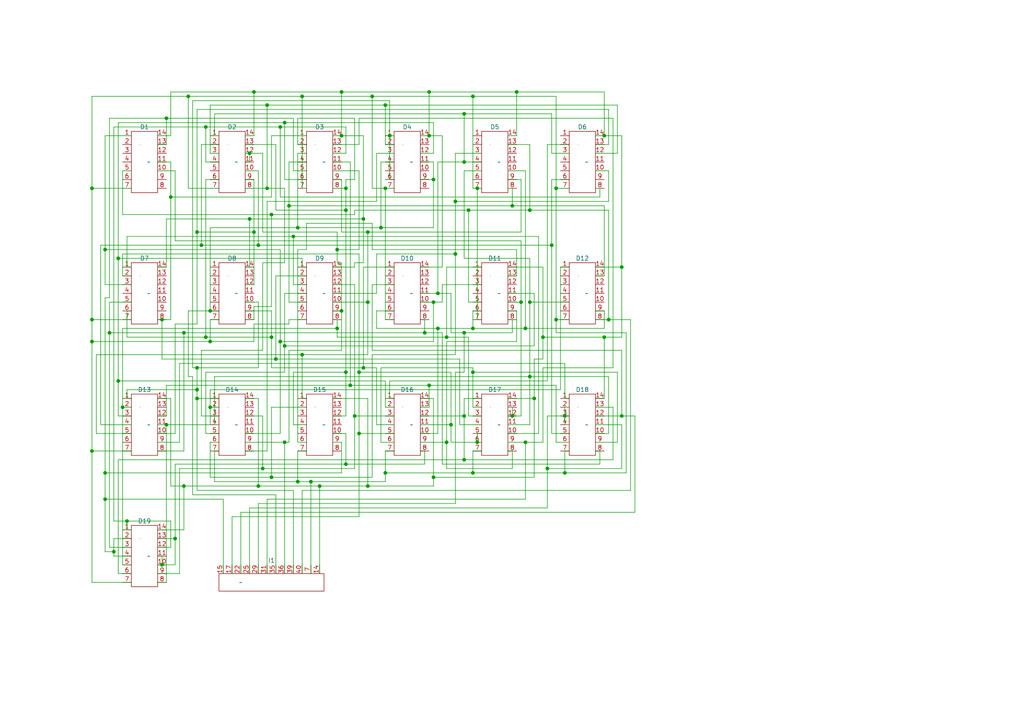
<source format=kicad_sch>
(kicad_sch (version 20230121) (generator eeschema)
  (paper "A4")
  (lib_symbols
    (symbol "New_Library:Inp"
      (property "Reference" "I" (at 0 0 0))
      (symbol "Inp_0_1"
        (rectangle (start -6.35 2.54) (end 24.13 -2.54))
      )
      (symbol "Inp_1_1"
        (pin bidirectional line (at 22.86 2.54 90) (length 2.54) (name "") (number "14"))
        (pin bidirectional line (at -5.08 2.54 90) (length 2.54) (name "") (number "15"))
        (pin bidirectional line (at -2.54 2.54 90) (length 2.54) (name "") (number "17"))
        (pin bidirectional line (at 0 2.54 90) (length 2.54) (name "") (number "22"))
        (pin bidirectional line (at 2.54 2.54 90) (length 2.54) (name "") (number "25"))
        (pin bidirectional line (at 5.08 2.54 90) (length 2.54) (name "") (number "29"))
        (pin bidirectional line (at 7.62 2.54 90) (length 2.54) (name "") (number "31"))
        (pin bidirectional line (at 10.16 2.54 90) (length 2.54) (name "") (number "35"))
        (pin bidirectional line (at 12.7 2.54 90) (length 2.54) (name "") (number "36"))
        (pin bidirectional line (at 15.24 2.54 90) (length 2.54) (name "") (number "39"))
        (pin bidirectional line (at 17.78 2.54 90) (length 2.54) (name "") (number "40"))
        (pin bidirectional line (at 20.32 2.54 90) (length 2.54) (name "") (number "7"))
      )
    )
    (symbol "New_Library:MyMod"
      (property "Reference" "D" (at 0 0 0))
      (symbol "MyMod_0_1"
        (rectangle (start -3.81 5.08) (end -3.81 5.08))
        (rectangle (start -3.81 8.89) (end 3.81 -8.89))
        (rectangle (start -1.27 5.08) (end -1.27 5.08))
      )
      (symbol "MyMod_1_1"
        (pin bidirectional line (at -3.81 7.62 180) (length 2.54) (name "") (number "1"))
        (pin bidirectional line (at 3.81 -2.54 0) (length 2.54) (name "") (number "10"))
        (pin bidirectional line (at 3.81 0 0) (length 2.54) (name "") (number "11"))
        (pin bidirectional line (at 3.81 2.54 0) (length 2.54) (name "") (number "12"))
        (pin bidirectional line (at 3.81 5.08 0) (length 2.54) (name "") (number "13"))
        (pin bidirectional line (at 3.81 7.62 0) (length 2.54) (name "") (number "14"))
        (pin bidirectional line (at -3.81 5.08 180) (length 2.54) (name "") (number "2"))
        (pin bidirectional line (at -3.81 2.54 180) (length 2.54) (name "") (number "3"))
        (pin bidirectional line (at -3.81 0 180) (length 2.54) (name "") (number "4"))
        (pin bidirectional line (at -3.81 -2.54 180) (length 2.54) (name "") (number "5"))
        (pin bidirectional line (at -3.81 -5.08 180) (length 2.54) (name "") (number "6"))
        (pin bidirectional line (at -3.81 -7.62 180) (length 2.54) (name "") (number "7"))
        (pin bidirectional line (at 3.81 -7.62 0) (length 2.54) (name "") (number "8"))
        (pin bidirectional line (at 3.81 -5.08 0) (length 2.54) (name "") (number "9"))
      )
    )
  )
  (junction (at 105.41 106.68))
  (junction (at 104.14 125.73))
  (junction (at 148.59 120.65))
  (junction (at 78.74 138.43))
  (junction (at 127 95.25))
  (junction (at 129.54 128.27))
  (junction (at 137.16 107.95))
  (junction (at 97.79 72.39))
  (junction (at 134.62 120.65))
  (junction (at 82.55 128.27))
  (junction (at 111.76 54.61))
  (junction (at 137.16 27.94))
  (junction (at 57.15 67.31))
  (junction (at 138.43 54.61))
  (junction (at 53.34 96.52))
  (junction (at 124.46 26.67))
  (junction (at 125.73 52.07))
  (junction (at 81.28 99.06))
  (junction (at 132.08 73.66))
  (junction (at 83.82 59.69))
  (junction (at 33.02 160.02))
  (junction (at 34.29 74.93))
  (junction (at 111.76 30.48))
  (junction (at 154.94 115.57))
  (junction (at 86.36 66.04))
  (junction (at 50.8 156.21))
  (junction (at 26.67 54.61))
  (junction (at 110.49 66.04))
  (junction (at 100.33 107.95))
  (junction (at 85.09 68.58))
  (junction (at 87.63 102.87))
  (junction (at 73.66 67.31))
  (junction (at 132.08 58.42))
  (junction (at 163.83 120.65))
  (junction (at 134.62 96.52))
  (junction (at 125.73 138.43))
  (junction (at 86.36 139.7))
  (junction (at 161.29 92.71))
  (junction (at 82.55 35.56))
  (junction (at 135.89 60.96))
  (junction (at 82.55 100.33))
  (junction (at 74.93 71.12))
  (junction (at 59.69 97.79))
  (junction (at 31.75 96.52))
  (junction (at 97.79 95.25))
  (junction (at 76.2 135.89))
  (junction (at 34.29 110.49))
  (junction (at 100.33 54.61))
  (junction (at 48.26 123.19))
  (junction (at 106.68 87.63))
  (junction (at 60.96 99.06))
  (junction (at 100.33 134.62))
  (junction (at 160.02 71.12))
  (junction (at 152.4 128.27))
  (junction (at 58.42 71.12))
  (junction (at 111.76 137.16))
  (junction (at 60.96 90.17))
  (junction (at 106.68 67.31))
  (junction (at 153.67 87.63))
  (junction (at 152.4 95.25))
  (junction (at 46.99 163.83))
  (junction (at 134.62 133.35))
  (junction (at 74.93 140.97))
  (junction (at 60.96 118.11))
  (junction (at 90.17 139.7))
  (junction (at 180.34 120.65))
  (junction (at 175.26 39.37))
  (junction (at 106.68 140.97))
  (junction (at 36.83 151.13))
  (junction (at 87.63 27.94))
  (junction (at 30.48 72.39))
  (junction (at 72.39 44.45))
  (junction (at 72.39 63.5))
  (junction (at 137.16 95.25))
  (junction (at 57.15 106.68))
  (junction (at 92.71 140.97))
  (junction (at 26.67 99.06))
  (junction (at 113.03 39.37))
  (junction (at 48.26 34.29))
  (junction (at 124.46 39.37))
  (junction (at 46.99 92.71))
  (junction (at 80.01 104.14))
  (junction (at 57.15 113.03))
  (junction (at 30.48 144.78))
  (junction (at 137.16 137.16))
  (junction (at 123.19 96.52))
  (junction (at 105.41 63.5))
  (junction (at 158.75 135.89))
  (junction (at 26.67 130.81))
  (junction (at 157.48 97.79))
  (junction (at 99.06 90.17))
  (junction (at 30.48 137.16))
  (junction (at 78.74 97.79))
  (junction (at 102.87 120.65))
  (junction (at 130.81 123.19))
  (junction (at 138.43 128.27))
  (junction (at 78.74 62.23))
  (junction (at 99.06 26.67))
  (junction (at 163.83 137.16))
  (junction (at 175.26 97.79))
  (junction (at 26.67 92.71))
  (junction (at 129.54 97.79))
  (junction (at 134.62 46.99))
  (junction (at 161.29 54.61))
  (junction (at 107.95 27.94))
  (junction (at 124.46 111.76))
  (junction (at 176.53 92.71))
  (junction (at 180.34 77.47))
  (junction (at 153.67 60.96))
  (junction (at 101.6 111.76))
  (junction (at 81.28 36.83))
  (junction (at 153.67 109.22))
  (junction (at 148.59 59.69))
  (junction (at 100.33 60.96))
  (junction (at 54.61 27.94))
  (junction (at 99.06 39.37))
  (junction (at 59.69 36.83))
  (junction (at 57.15 115.57))
  (junction (at 77.47 30.48))
  (junction (at 125.73 87.63))
  (junction (at 49.53 57.15))
  (junction (at 35.56 118.11))
  (junction (at 53.34 140.97))
  (junction (at 104.14 107.95))
  (junction (at 73.66 26.67))
  (junction (at 127 85.09))
  (junction (at 151.13 87.63))
  (junction (at 77.47 54.61))
  (junction (at 134.62 33.02))
  (junction (at 149.86 26.67))
  (wire (pts (xy 172.72 44.45) (xy 179.07 44.45)))
  (wire (pts (xy 88.9 72.39) (xy 86.36 72.39)))
  (wire (pts (xy 162.56 113.03) (xy 60.96 113.03)))
  (wire (pts (xy 31.75 96.52) (xy 31.75 87.63)))
  (wire (pts (xy 161.29 111.76) (xy 161.29 128.27)))
  (wire (pts (xy 106.68 140.97) (xy 125.73 140.97)))
  (wire (pts (xy 130.81 123.19) (xy 130.81 107.95)))
  (wire (pts (xy 82.55 85.09) (xy 82.55 100.33)))
  (wire (pts (xy 50.8 49.53) (xy 50.8 69.85)))
  (wire (pts (xy 38.1 153.67) (xy 36.83 153.67)))
  (wire (pts (xy 165.1 123.19) (xy 163.83 123.19)))
  (wire (pts (xy 36.83 97.79) (xy 59.69 97.79)))
  (wire (pts (xy 175.26 115.57) (xy 175.26 97.79)))
  (wire (pts (xy 147.32 90.17) (xy 149.86 90.17)))
  (wire (pts (xy 109.22 90.17) (xy 114.3 90.17)))
  (wire (pts (xy 76.2 44.45) (xy 76.2 67.31)))
  (wire (pts (xy 99.06 128.27) (xy 99.06 137.16)))
  (wire (pts (xy 100.33 52.07) (xy 100.33 54.61)))
  (wire (pts (xy 29.21 123.19) (xy 29.21 71.12)))
  (wire (pts (xy 121.92 77.47) (xy 128.27 77.47)))
  (wire (pts (xy 113.03 39.37) (xy 113.03 52.07)))
  (wire (pts (xy 38.1 123.19) (xy 29.21 123.19)))
  (wire (pts (xy 58.42 71.12) (xy 74.93 71.12)))
  (wire (pts (xy 63.5 52.07) (xy 59.69 52.07)))
  (wire (pts (xy 124.46 39.37) (xy 124.46 26.67)))
  (wire (pts (xy 31.75 34.29) (xy 31.75 86.36)))
  (wire (pts (xy 107.95 54.61) (xy 107.95 27.94)))
  (wire (pts (xy 58.42 101.6) (xy 76.2 101.6)))
  (wire (pts (xy 45.72 46.99) (xy 49.53 46.99)))
  (wire (pts (xy 45.72 168.91) (xy 48.26 168.91)))
  (wire (pts (xy 109.22 58.42) (xy 109.22 44.45)))
  (wire (pts (xy 78.74 118.11) (xy 78.74 138.43)))
  (wire (pts (xy 111.76 137.16) (xy 137.16 137.16)))
  (wire (pts (xy 147.32 115.57) (xy 154.94 115.57)))
  (wire (pts (xy 38.1 158.75) (xy 31.75 158.75)))
  (wire (pts (xy 30.48 137.16) (xy 99.06 137.16)))
  (wire (pts (xy 50.8 163.83) (xy 50.8 156.21)))
  (wire (pts (xy 33.02 161.29) (xy 33.02 160.02)))
  (wire (pts (xy 132.08 58.42) (xy 176.53 58.42)))
  (wire (pts (xy 101.6 46.99) (xy 101.6 111.76)))
  (wire (pts (xy 38.1 90.17) (xy 36.83 90.17)))
  (wire (pts (xy 71.12 125.73) (xy 81.28 125.73)))
  (wire (pts (xy 127 85.09) (xy 127 46.99)))
  (wire (pts (xy 127 46.99) (xy 134.62 46.99)))
  (wire (pts (xy 85.09 68.58) (xy 85.09 82.55)))
  (wire (pts (xy 148.59 59.69) (xy 175.26 59.69)))
  (wire (pts (xy 88.9 115.57) (xy 87.63 115.57)))
  (wire (pts (xy 165.1 125.73) (xy 160.02 125.73)))
  (wire (pts (xy 45.72 156.21) (xy 50.8 156.21)))
  (wire (pts (xy 139.7 87.63) (xy 135.89 87.63)))
  (wire (pts (xy 107.95 82.55) (xy 107.95 101.6)))
  (wire (pts (xy 177.8 34.29) (xy 177.8 106.68)))
  (wire (pts (xy 137.16 54.61) (xy 137.16 27.94)))
  (wire (pts (xy 58.42 120.65) (xy 58.42 101.6)))
  (wire (pts (xy 172.72 92.71) (xy 176.53 92.71)))
  (wire (pts (xy 149.86 26.67) (xy 175.26 26.67)))
  (wire (pts (xy 77.47 144.78) (xy 152.4 144.78)))
  (wire (pts (xy 134.62 33.02) (xy 134.62 46.99)))
  (wire (pts (xy 64.77 166.37) (xy 64.77 144.78)))
  (wire (pts (xy 36.83 113.03) (xy 57.15 113.03)))
  (wire (pts (xy 88.9 92.71) (xy 83.82 92.71)))
  (wire (pts (xy 72.39 147.32) (xy 158.75 147.32)))
  (wire (pts (xy 158.75 135.89) (xy 158.75 147.32)))
  (wire (pts (xy 88.9 123.19) (xy 85.09 123.19)))
  (wire (pts (xy 111.76 54.61) (xy 107.95 54.61)))
  (wire (pts (xy 123.19 130.81) (xy 123.19 134.62)))
  (wire (pts (xy 34.29 133.35) (xy 34.29 166.37)))
  (wire (pts (xy 121.92 120.65) (xy 134.62 120.65)))
  (wire (pts (xy 52.07 105.41) (xy 52.07 128.27)))
  (wire (pts (xy 78.74 138.43) (xy 107.95 138.43)))
  (wire (pts (xy 114.3 39.37) (xy 113.03 39.37)))
  (wire (pts (xy 134.62 49.53) (xy 134.62 74.93)))
  (wire (pts (xy 67.31 149.86) (xy 104.14 149.86)))
  (wire (pts (xy 173.99 57.15) (xy 81.28 57.15)))
  (wire (pts (xy 81.28 125.73) (xy 81.28 99.06)))
  (wire (pts (xy 96.52 52.07) (xy 99.06 52.07)))
  (wire (pts (xy 73.66 88.9) (xy 73.66 92.71)))
  (wire (pts (xy 77.47 54.61) (xy 77.47 30.48)))
  (wire (pts (xy 99.06 67.31) (xy 106.68 67.31)))
  (wire (pts (xy 96.52 41.91) (xy 104.14 41.91)))
  (wire (pts (xy 139.7 123.19) (xy 133.35 123.19)))
  (wire (pts (xy 109.22 44.45) (xy 114.3 44.45)))
  (wire (pts (xy 78.74 106.68) (xy 105.41 106.68)))
  (wire (pts (xy 148.59 96.52) (xy 134.62 96.52)))
  (wire (pts (xy 148.59 59.69) (xy 148.59 54.61)))
  (wire (pts (xy 137.16 107.95) (xy 179.07 107.95)))
  (wire (pts (xy 127 95.25) (xy 109.22 95.25)))
  (wire (pts (xy 104.14 34.29) (xy 177.8 34.29)))
  (wire (pts (xy 86.36 34.29) (xy 102.87 34.29)))
  (wire (pts (xy 176.53 31.75) (xy 176.53 41.91)))
  (wire (pts (xy 158.75 120.65) (xy 158.75 135.89)))
  (wire (pts (xy 38.1 49.53) (xy 35.56 49.53)))
  (wire (pts (xy 135.89 120.65) (xy 135.89 97.79)))
  (wire (pts (xy 137.16 130.81) (xy 137.16 137.16)))
  (wire (pts (xy 107.95 72.39) (xy 149.86 72.39)))
  (wire (pts (xy 139.7 118.11) (xy 137.16 118.11)))
  (wire (pts (xy 182.88 142.24) (xy 182.88 92.71)))
  (wire (pts (xy 83.82 128.27) (xy 83.82 101.6)))
  (wire (pts (xy 53.34 140.97) (xy 53.34 153.67)))
  (wire (pts (xy 92.71 140.97) (xy 92.71 166.37)))
  (wire (pts (xy 153.67 60.96) (xy 176.53 60.96)))
  (wire (pts (xy 114.3 92.71) (xy 111.76 92.71)))
  (wire (pts (xy 31.75 86.36) (xy 30.48 86.36)))
  (wire (pts (xy 125.73 138.43) (xy 154.94 138.43)))
  (wire (pts (xy 85.09 49.53) (xy 85.09 34.29)))
  (wire (pts (xy 128.27 82.55) (xy 128.27 87.63)))
  (wire (pts (xy 121.92 118.11) (xy 124.46 118.11)))
  (wire (pts (xy 71.12 115.57) (xy 74.93 115.57)))
  (wire (pts (xy 38.1 80.01) (xy 35.56 80.01)))
  (wire (pts (xy 102.87 120.65) (xy 102.87 135.89)))
  (wire (pts (xy 63.5 118.11) (xy 60.96 118.11)))
  (wire (pts (xy 139.7 82.55) (xy 128.27 82.55)))
  (wire (pts (xy 172.72 39.37) (xy 175.26 39.37)))
  (wire (pts (xy 55.88 109.22) (xy 54.61 109.22)))
  (wire (pts (xy 134.62 33.02) (xy 160.02 33.02)))
  (wire (pts (xy 34.29 74.93) (xy 87.63 74.93)))
  (wire (pts (xy 55.88 29.21) (xy 55.88 106.68)))
  (wire (pts (xy 154.94 104.14) (xy 157.48 104.14)))
  (wire (pts (xy 152.4 128.27) (xy 152.4 144.78)))
  (wire (pts (xy 48.26 123.19) (xy 48.26 168.91)))
  (wire (pts (xy 110.49 106.68) (xy 137.16 106.68)))
  (wire (pts (xy 81.28 72.39) (xy 81.28 99.06)))
  (wire (pts (xy 154.94 115.57) (xy 154.94 104.14)))
  (wire (pts (xy 147.32 128.27) (xy 152.4 128.27)))
  (wire (pts (xy 123.19 96.52) (xy 128.27 96.52)))
  (wire (pts (xy 49.53 26.67) (xy 73.66 26.67)))
  (wire (pts (xy 34.29 110.49) (xy 34.29 74.93)))
  (wire (pts (xy 110.49 66.04) (xy 86.36 66.04)))
  (wire (pts (xy 86.36 72.39) (xy 86.36 128.27)))
  (wire (pts (xy 72.39 63.5) (xy 105.41 63.5)))
  (wire (pts (xy 147.32 130.81) (xy 148.59 130.81)))
  (wire (pts (xy 163.83 105.41) (xy 52.07 105.41)))
  (wire (pts (xy 134.62 74.93) (xy 153.67 74.93)))
  (wire (pts (xy 110.49 46.99) (xy 110.49 66.04)))
  (wire (pts (xy 33.02 36.83) (xy 59.69 36.83)))
  (wire (pts (xy 104.14 49.53) (xy 104.14 72.39)))
  (wire (pts (xy 35.56 62.23) (xy 78.74 62.23)))
  (wire (pts (xy 60.96 113.03) (xy 60.96 118.11)))
  (wire (pts (xy 100.33 60.96) (xy 100.33 107.95)))
  (wire (pts (xy 147.32 80.01) (xy 149.86 80.01)))
  (wire (pts (xy 88.9 52.07) (xy 82.55 52.07)))
  (wire (pts (xy 92.71 140.97) (xy 106.68 140.97)))
  (wire (pts (xy 137.16 95.25) (xy 127 95.25)))
  (wire (pts (xy 88.9 85.09) (xy 82.55 85.09)))
  (wire (pts (xy 138.43 125.73) (xy 138.43 128.27)))
  (wire (pts (xy 154.94 115.57) (xy 154.94 138.43)))
  (wire (pts (xy 132.08 146.05) (xy 132.08 107.95)))
  (wire (pts (xy 102.87 62.23) (xy 78.74 62.23)))
  (wire (pts (xy 88.9 82.55) (xy 85.09 82.55)))
  (wire (pts (xy 80.01 143.51) (xy 55.88 143.51)))
  (wire (pts (xy 109.22 95.25) (xy 109.22 90.17)))
  (wire (pts (xy 54.61 90.17) (xy 60.96 90.17)))
  (wire (pts (xy 99.06 90.17) (xy 99.06 101.6)))
  (wire (pts (xy 101.6 111.76) (xy 124.46 111.76)))
  (wire (pts (xy 106.68 115.57) (xy 106.68 140.97)))
  (wire (pts (xy 96.52 125.73) (xy 100.33 125.73)))
  (wire (pts (xy 99.06 39.37) (xy 99.06 26.67)))
  (wire (pts (xy 34.29 120.65) (xy 34.29 110.49)))
  (wire (pts (xy 87.63 115.57) (xy 87.63 102.87)))
  (wire (pts (xy 73.66 67.31) (xy 73.66 82.55)))
  (wire (pts (xy 74.93 71.12) (xy 160.02 71.12)))
  (wire (pts (xy 74.93 166.37) (xy 74.93 146.05)))
  (wire (pts (xy 105.41 76.2) (xy 105.41 63.5)))
  (wire (pts (xy 71.12 128.27) (xy 82.55 128.27)))
  (wire (pts (xy 78.74 138.43) (xy 60.96 138.43)))
  (wire (pts (xy 129.54 99.06) (xy 129.54 128.27)))
  (wire (pts (xy 38.1 115.57) (xy 36.83 115.57)))
  (wire (pts (xy 88.9 130.81) (xy 86.36 130.81)))
  (wire (pts (xy 77.47 58.42) (xy 109.22 58.42)))
  (wire (pts (xy 80.01 104.14) (xy 46.99 104.14)))
  (wire (pts (xy 50.8 134.62) (xy 50.8 156.21)))
  (wire (pts (xy 63.5 44.45) (xy 60.96 44.45)))
  (wire (pts (xy 137.16 90.17) (xy 137.16 95.25)))
  (wire (pts (xy 60.96 118.11) (xy 60.96 123.19)))
  (wire (pts (xy 35.56 95.25) (xy 97.79 95.25)))
  (wire (pts (xy 34.29 166.37) (xy 38.1 166.37)))
  (wire (pts (xy 111.76 130.81) (xy 111.76 137.16)))
  (wire (pts (xy 163.83 120.65) (xy 158.75 120.65)))
  (wire (pts (xy 82.55 107.95) (xy 59.69 107.95)))
  (wire (pts (xy 96.52 46.99) (xy 101.6 46.99)))
  (wire (pts (xy 149.86 80.01) (xy 149.86 72.39)))
  (wire (pts (xy 102.87 52.07) (xy 100.33 52.07)))
  (wire (pts (xy 62.23 123.19) (xy 62.23 109.22)))
  (wire (pts (xy 72.39 166.37) (xy 72.39 147.32)))
  (wire (pts (xy 125.73 52.07) (xy 125.73 66.04)))
  (wire (pts (xy 129.54 77.47) (xy 129.54 97.79)))
  (wire (pts (xy 63.5 41.91) (xy 58.42 41.91)))
  (wire (pts (xy 35.56 73.66) (xy 104.14 73.66)))
  (wire (pts (xy 38.1 39.37) (xy 30.48 39.37)))
  (wire (pts (xy 45.72 166.37) (xy 52.07 166.37)))
  (wire (pts (xy 45.72 49.53) (xy 50.8 49.53)))
  (wire (pts (xy 172.72 125.73) (xy 176.53 125.73)))
  (wire (pts (xy 87.63 27.94) (xy 107.95 27.94)))
  (wire (pts (xy 57.15 113.03) (xy 57.15 106.68)))
  (wire (pts (xy 60.96 99.06) (xy 73.66 99.06)))
  (wire (pts (xy 107.95 72.39) (xy 107.95 64.77)))
  (wire (pts (xy 135.89 97.79) (xy 129.54 97.79)))
  (wire (pts (xy 104.14 125.73) (xy 104.14 149.86)))
  (wire (pts (xy 85.09 166.37) (xy 85.09 142.24)))
  (wire (pts (xy 153.67 109.22) (xy 176.53 109.22)))
  (wire (pts (xy 76.2 76.2) (xy 82.55 76.2)))
  (wire (pts (xy 38.1 120.65) (xy 34.29 120.65)))
  (wire (pts (xy 175.26 90.17) (xy 175.26 95.25)))
  (wire (pts (xy 180.34 135.89) (xy 180.34 123.19)))
  (wire (pts (xy 97.79 72.39) (xy 104.14 72.39)))
  (wire (pts (xy 104.14 41.91) (xy 104.14 34.29)))
  (wire (pts (xy 180.34 77.47) (xy 180.34 97.79)))
  (wire (pts (xy 72.39 44.45) (xy 72.39 46.99)))
  (wire (pts (xy 180.34 77.47) (xy 180.34 39.37)))
  (wire (pts (xy 132.08 44.45) (xy 132.08 58.42)))
  (wire (pts (xy 107.95 64.77) (xy 88.9 64.77)))
  (wire (pts (xy 151.13 67.31) (xy 151.13 52.07)))
  (wire (pts (xy 165.1 118.11) (xy 163.83 118.11)))
  (wire (pts (xy 124.46 39.37) (xy 128.27 39.37)))
  (wire (pts (xy 60.96 90.17) (xy 63.5 90.17)))
  (wire (pts (xy 133.35 104.14) (xy 80.01 104.14)))
  (wire (pts (xy 73.66 93.98) (xy 73.66 99.06)))
  (wire (pts (xy 48.26 41.91) (xy 48.26 34.29)))
  (wire (pts (xy 165.1 92.71) (xy 161.29 92.71)))
  (wire (pts (xy 88.9 49.53) (xy 85.09 49.53)))
  (wire (pts (xy 86.36 128.27) (xy 88.9 128.27)))
  (wire (pts (xy 30.48 144.78) (xy 30.48 160.02)))
  (wire (pts (xy 161.29 128.27) (xy 165.1 128.27)))
  (wire (pts (xy 97.79 76.2) (xy 99.06 76.2)))
  (wire (pts (xy 139.7 44.45) (xy 132.08 44.45)))
  (wire (pts (xy 127 95.25) (xy 127 125.73)))
  (wire (pts (xy 60.96 30.48) (xy 77.47 30.48)))
  (wire (pts (xy 107.95 27.94) (xy 137.16 27.94)))
  (wire (pts (xy 128.27 77.47) (xy 128.27 39.37)))
  (wire (pts (xy 102.87 82.55) (xy 102.87 120.65)))
  (wire (pts (xy 81.28 36.83) (xy 100.33 36.83)))
  (wire (pts (xy 78.74 97.79) (xy 78.74 106.68)))
  (wire (pts (xy 30.48 86.36) (xy 30.48 137.16)))
  (wire (pts (xy 125.73 138.43) (xy 125.73 140.97)))
  (wire (pts (xy 72.39 44.45) (xy 76.2 44.45)))
  (wire (pts (xy 172.72 115.57) (xy 175.26 115.57)))
  (wire (pts (xy 163.83 130.81) (xy 163.83 137.16)))
  (wire (pts (xy 163.83 118.11) (xy 163.83 120.65)))
  (wire (pts (xy 88.9 39.37) (xy 78.74 39.37)))
  (wire (pts (xy 57.15 31.75) (xy 176.53 31.75)))
  (wire (pts (xy 76.2 101.6) (xy 76.2 76.2)))
  (wire (pts (xy 160.02 71.12) (xy 160.02 52.07)))
  (wire (pts (xy 96.52 85.09) (xy 109.22 85.09)))
  (wire (pts (xy 83.82 46.99) (xy 83.82 59.69)))
  (wire (pts (xy 114.3 52.07) (xy 113.03 52.07)))
  (wire (pts (xy 62.23 139.7) (xy 86.36 139.7)))
  (wire (pts (xy 26.67 130.81) (xy 26.67 168.91)))
  (wire (pts (xy 114.3 82.55) (xy 107.95 82.55)))
  (wire (pts (xy 114.3 130.81) (xy 111.76 130.81)))
  (wire (pts (xy 107.95 101.6) (xy 180.34 101.6)))
  (wire (pts (xy 34.29 74.93) (xy 34.29 35.56)))
  (wire (pts (xy 45.72 123.19) (xy 48.26 123.19)))
  (wire (pts (xy 139.7 130.81) (xy 137.16 130.81)))
  (wire (pts (xy 149.86 90.17) (xy 149.86 99.06)))
  (wire (pts (xy 34.29 35.56) (xy 82.55 35.56)))
  (wire (pts (xy 33.02 156.21) (xy 38.1 156.21)))
  (wire (pts (xy 85.09 142.24) (xy 57.15 142.24)))
  (wire (pts (xy 88.9 87.63) (xy 83.82 87.63)))
  (wire (pts (xy 96.52 49.53) (xy 104.14 49.53)))
  (wire (pts (xy 45.72 161.29) (xy 46.99 161.29)))
  (wire (pts (xy 172.72 54.61) (xy 173.99 54.61)))
  (wire (pts (xy 121.92 52.07) (xy 125.73 52.07)))
  (wire (pts (xy 125.73 87.63) (xy 121.92 87.63)))
  (wire (pts (xy 78.74 62.23) (xy 78.74 88.9)))
  (wire (pts (xy 85.09 107.95) (xy 100.33 107.95)))
  (wire (pts (xy 74.93 49.53) (xy 74.93 71.12)))
  (wire (pts (xy 129.54 128.27) (xy 121.92 128.27)))
  (wire (pts (xy 88.9 118.11) (xy 78.74 118.11)))
  (wire (pts (xy 83.82 101.6) (xy 99.06 101.6)))
  (wire (pts (xy 152.4 128.27) (xy 157.48 128.27)))
  (wire (pts (xy 175.26 97.79) (xy 180.34 97.79)))
  (wire (pts (xy 123.19 92.71) (xy 123.19 96.52)))
  (wire (pts (xy 36.83 77.47) (xy 36.83 68.58)))
  (wire (pts (xy 49.53 39.37) (xy 49.53 26.67)))
  (wire (pts (xy 83.82 59.69) (xy 148.59 59.69)))
  (wire (pts (xy 100.33 120.65) (xy 96.52 120.65)))
  (wire (pts (xy 88.9 44.45) (xy 86.36 44.45)))
  (wire (pts (xy 60.96 66.04) (xy 60.96 90.17)))
  (wire (pts (xy 76.2 135.89) (xy 52.07 135.89)))
  (wire (pts (xy 63.5 92.71) (xy 60.96 92.71)))
  (wire (pts (xy 96.52 39.37) (xy 99.06 39.37)))
  (wire (pts (xy 105.41 106.68) (xy 109.22 106.68)))
  (wire (pts (xy 129.54 97.79) (xy 97.79 97.79)))
  (wire (pts (xy 49.53 57.15) (xy 49.53 92.71)))
  (wire (pts (xy 139.7 92.71) (xy 138.43 92.71)))
  (wire (pts (xy 147.32 92.71) (xy 148.59 92.71)))
  (wire (pts (xy 100.33 107.95) (xy 100.33 120.65)))
  (wire (pts (xy 165.1 120.65) (xy 163.83 120.65)))
  (wire (pts (xy 96.52 77.47) (xy 102.87 77.47)))
  (wire (pts (xy 153.67 74.93) (xy 153.67 87.63)))
  (wire (pts (xy 49.53 140.97) (xy 53.34 140.97)))
  (wire (pts (xy 124.46 118.11) (xy 124.46 111.76)))
  (wire (pts (xy 173.99 54.61) (xy 173.99 57.15)))
  (wire (pts (xy 71.12 46.99) (xy 72.39 46.99)))
  (wire (pts (xy 38.1 168.91) (xy 26.67 168.91)))
  (wire (pts (xy 38.1 163.83) (xy 35.56 163.83)))
  (wire (pts (xy 180.34 123.19) (xy 172.72 123.19)))
  (wire (pts (xy 100.33 125.73) (xy 100.33 134.62)))
  (wire (pts (xy 63.5 54.61) (xy 54.61 54.61)))
  (wire (pts (xy 71.12 49.53) (xy 74.93 49.53)))
  (wire (pts (xy 57.15 67.31) (xy 73.66 67.31)))
  (wire (pts (xy 148.59 92.71) (xy 148.59 96.52)))
  (wire (pts (xy 165.1 130.81) (xy 163.83 130.81)))
  (wire (pts (xy 180.34 120.65) (xy 184.15 120.65)))
  (wire (pts (xy 54.61 27.94) (xy 87.63 27.94)))
  (wire (pts (xy 121.92 115.57) (xy 125.73 115.57)))
  (wire (pts (xy 90.17 139.7) (xy 90.17 166.37)))
  (wire (pts (xy 137.16 95.25) (xy 152.4 95.25)))
  (wire (pts (xy 175.26 39.37) (xy 175.26 26.67)))
  (wire (pts (xy 26.67 27.94) (xy 26.67 54.61)))
  (wire (pts (xy 67.31 166.37) (xy 67.31 149.86)))
  (wire (pts (xy 175.26 80.01) (xy 175.26 59.69)))
  (wire (pts (xy 46.99 104.14) (xy 46.99 92.71)))
  (wire (pts (xy 63.5 39.37) (xy 62.23 39.37)))
  (wire (pts (xy 53.34 96.52) (xy 31.75 96.52)))
  (wire (pts (xy 139.7 128.27) (xy 138.43 128.27)))
  (wire (pts (xy 172.72 90.17) (xy 175.26 90.17)))
  (wire (pts (xy 26.67 92.71) (xy 26.67 99.06)))
  (wire (pts (xy 26.67 99.06) (xy 60.96 99.06)))
  (wire (pts (xy 63.5 130.81) (xy 62.23 130.81)))
  (wire (pts (xy 80.01 60.96) (xy 100.33 60.96)))
  (wire (pts (xy 71.12 92.71) (xy 73.66 92.71)))
  (wire (pts (xy 76.2 67.31) (xy 97.79 67.31)))
  (wire (pts (xy 121.92 46.99) (xy 125.73 46.99)))
  (wire (pts (xy 62.23 39.37) (xy 62.23 33.02)))
  (wire (pts (xy 106.68 67.31) (xy 151.13 67.31)))
  (wire (pts (xy 128.27 87.63) (xy 125.73 87.63)))
  (wire (pts (xy 45.72 130.81) (xy 53.34 130.81)))
  (wire (pts (xy 153.67 60.96) (xy 135.89 60.96)))
  (wire (pts (xy 45.72 39.37) (xy 49.53 39.37)))
  (wire (pts (xy 133.35 123.19) (xy 133.35 104.14)))
  (wire (pts (xy 83.82 59.69) (xy 83.82 87.63)))
  (wire (pts (xy 139.7 125.73) (xy 138.43 125.73)))
  (wire (pts (xy 60.96 128.27) (xy 63.5 128.27)))
  (wire (pts (xy 134.62 133.35) (xy 177.8 133.35)))
  (wire (pts (xy 137.16 118.11) (xy 137.16 107.95)))
  (wire (pts (xy 78.74 39.37) (xy 78.74 57.15)))
  (wire (pts (xy 49.53 115.57) (xy 49.53 140.97)))
  (wire (pts (xy 181.61 137.16) (xy 181.61 96.52)))
  (wire (pts (xy 106.68 102.87) (xy 106.68 87.63)))
  (wire (pts (xy 59.69 36.83) (xy 81.28 36.83)))
  (wire (pts (xy 172.72 80.01) (xy 175.26 80.01)))
  (wire (pts (xy 160.02 71.12) (xy 160.02 125.73)))
  (wire (pts (xy 85.09 68.58) (xy 156.21 68.58)))
  (wire (pts (xy 114.3 77.47) (xy 105.41 77.47)))
  (wire (pts (xy 104.14 107.95) (xy 104.14 125.73)))
  (wire (pts (xy 30.48 82.55) (xy 30.48 72.39)))
  (wire (pts (xy 114.3 41.91) (xy 111.76 41.91)))
  (wire (pts (xy 114.3 46.99) (xy 110.49 46.99)))
  (wire (pts (xy 71.12 41.91) (xy 80.01 41.91)))
  (wire (pts (xy 111.76 41.91) (xy 111.76 30.48)))
  (wire (pts (xy 63.5 46.99) (xy 59.69 46.99)))
  (wire (pts (xy 102.87 60.96) (xy 102.87 62.23)))
  (wire (pts (xy 46.99 92.71) (xy 49.53 92.71)))
  (wire (pts (xy 88.9 54.61) (xy 87.63 54.61)))
  (wire (pts (xy 71.12 120.65) (xy 76.2 120.65)))
  (wire (pts (xy 134.62 49.53) (xy 139.7 49.53)))
  (wire (pts (xy 31.75 96.52) (xy 31.75 158.75)))
  (wire (pts (xy 96.52 44.45) (xy 100.33 44.45)))
  (wire (pts (xy 99.06 52.07) (xy 99.06 67.31)))
  (wire (pts (xy 165.1 77.47) (xy 162.56 77.47)))
  (wire (pts (xy 113.03 39.37) (xy 113.03 29.21)))
  (wire (pts (xy 71.12 44.45) (xy 72.39 44.45)))
  (wire (pts (xy 85.09 123.19) (xy 85.09 107.95)))
  (wire (pts (xy 82.55 35.56) (xy 125.73 35.56)))
  (wire (pts (xy 172.72 118.11) (xy 177.8 118.11)))
  (wire (pts (xy 63.5 123.19) (xy 62.23 123.19)))
  (wire (pts (xy 161.29 92.71) (xy 161.29 96.52)))
  (wire (pts (xy 102.87 120.65) (xy 114.3 120.65)))
  (wire (pts (xy 153.67 123.19) (xy 147.32 123.19)))
  (wire (pts (xy 176.53 125.73) (xy 176.53 109.22)))
  (wire (pts (xy 125.73 35.56) (xy 125.73 44.45)))
  (wire (pts (xy 57.15 115.57) (xy 57.15 113.03)))
  (wire (pts (xy 153.67 87.63) (xy 153.67 109.22)))
  (wire (pts (xy 147.32 39.37) (xy 149.86 39.37)))
  (wire (pts (xy 105.41 63.5) (xy 105.41 39.37)))
  (wire (pts (xy 114.3 54.61) (xy 111.76 54.61)))
  (wire (pts (xy 34.29 133.35) (xy 134.62 133.35)))
  (wire (pts (xy 86.36 41.91) (xy 86.36 34.29)))
  (wire (pts (xy 77.47 54.61) (xy 82.55 54.61)))
  (wire (pts (xy 57.15 67.31) (xy 57.15 31.75)))
  (wire (pts (xy 180.34 101.6) (xy 180.34 120.65)))
  (wire (pts (xy 176.53 49.53) (xy 176.53 58.42)))
  (wire (pts (xy 156.21 68.58) (xy 156.21 125.73)))
  (wire (pts (xy 27.94 102.87) (xy 87.63 102.87)))
  (wire (pts (xy 72.39 77.47) (xy 72.39 63.5)))
  (wire (pts (xy 45.72 120.65) (xy 48.26 120.65)))
  (wire (pts (xy 153.67 87.63) (xy 165.1 87.63)))
  (wire (pts (xy 88.9 64.77) (xy 88.9 72.39)))
  (wire (pts (xy 121.92 85.09) (xy 127 85.09)))
  (wire (pts (xy 111.76 137.16) (xy 111.76 139.7)))
  (wire (pts (xy 71.12 77.47) (xy 72.39 77.47)))
  (wire (pts (xy 130.81 128.27) (xy 130.81 123.19)))
  (wire (pts (xy 107.95 102.87) (xy 107.95 138.43)))
  (wire (pts (xy 132.08 107.95) (xy 134.62 107.95)))
  (wire (pts (xy 86.36 66.04) (xy 60.96 66.04)))
  (wire (pts (xy 71.12 90.17) (xy 78.74 90.17)))
  (wire (pts (xy 80.01 166.37) (xy 80.01 143.51)))
  (wire (pts (xy 172.72 130.81) (xy 173.99 130.81)))
  (wire (pts (xy 38.1 125.73) (xy 27.94 125.73)))
  (wire (pts (xy 48.26 123.19) (xy 60.96 123.19)))
  (wire (pts (xy 71.12 82.55) (xy 73.66 82.55)))
  (wire (pts (xy 96.52 92.71) (xy 97.79 92.71)))
  (wire (pts (xy 132.08 102.87) (xy 107.95 102.87)))
  (wire (pts (xy 138.43 128.27) (xy 130.81 128.27)))
  (wire (pts (xy 81.28 57.15) (xy 81.28 36.83)))
  (wire (pts (xy 137.16 27.94) (xy 161.29 27.94)))
  (wire (pts (xy 160.02 44.45) (xy 160.02 33.02)))
  (wire (pts (xy 175.26 39.37) (xy 180.34 39.37)))
  (wire (pts (xy 73.66 26.67) (xy 99.06 26.67)))
  (wire (pts (xy 71.12 52.07) (xy 73.66 52.07)))
  (wire (pts (xy 132.08 73.66) (xy 132.08 102.87)))
  (wire (pts (xy 45.72 92.71) (xy 46.99 92.71)))
  (wire (pts (xy 138.43 54.61) (xy 138.43 92.71)))
  (wire (pts (xy 138.43 54.61) (xy 137.16 54.61)))
  (wire (pts (xy 38.1 130.81) (xy 26.67 130.81)))
  (wire (pts (xy 134.62 46.99) (xy 139.7 46.99)))
  (wire (pts (xy 157.48 77.47) (xy 157.48 97.79)))
  (wire (pts (xy 132.08 58.42) (xy 132.08 73.66)))
  (wire (pts (xy 82.55 76.2) (xy 82.55 54.61)))
  (wire (pts (xy 147.32 52.07) (xy 151.13 52.07)))
  (wire (pts (xy 172.72 49.53) (xy 176.53 49.53)))
  (wire (pts (xy 27.94 125.73) (xy 27.94 102.87)))
  (wire (pts (xy 35.56 118.11) (xy 35.56 95.25)))
  (wire (pts (xy 88.9 41.91) (xy 86.36 41.91)))
  (wire (pts (xy 48.26 120.65) (xy 48.26 111.76)))
  (wire (pts (xy 57.15 115.57) (xy 57.15 142.24)))
  (wire (pts (xy 69.85 148.59) (xy 184.15 148.59)))
  (wire (pts (xy 125.73 46.99) (xy 125.73 52.07)))
  (wire (pts (xy 99.06 26.67) (xy 124.46 26.67)))
  (wire (pts (xy 125.73 115.57) (xy 125.73 138.43)))
  (wire (pts (xy 139.7 90.17) (xy 137.16 90.17)))
  (wire (pts (xy 139.7 77.47) (xy 129.54 77.47)))
  (wire (pts (xy 48.26 34.29) (xy 31.75 34.29)))
  (wire (pts (xy 86.36 139.7) (xy 90.17 139.7)))
  (wire (pts (xy 33.02 151.13) (xy 33.02 36.83)))
  (wire (pts (xy 148.59 120.65) (xy 147.32 120.65)))
  (wire (pts (xy 36.83 115.57) (xy 36.83 113.03)))
  (wire (pts (xy 157.48 97.79) (xy 175.26 97.79)))
  (wire (pts (xy 59.69 107.95) (xy 59.69 125.73)))
  (wire (pts (xy 55.88 143.51) (xy 55.88 109.22)))
  (wire (pts (xy 153.67 109.22) (xy 153.67 123.19)))
  (wire (pts (xy 111.76 30.48) (xy 179.07 30.48)))
  (wire (pts (xy 172.72 77.47) (xy 180.34 77.47)))
  (wire (pts (xy 97.79 72.39) (xy 97.79 76.2)))
  (wire (pts (xy 113.03 29.21) (xy 55.88 29.21)))
  (wire (pts (xy 97.79 67.31) (xy 97.79 72.39)))
  (wire (pts (xy 104.14 73.66) (xy 104.14 107.95)))
  (wire (pts (xy 81.28 99.06) (xy 125.73 99.06)))
  (wire (pts (xy 48.26 34.29) (xy 85.09 34.29)))
  (wire (pts (xy 161.29 54.61) (xy 161.29 92.71)))
  (wire (pts (xy 148.59 118.11) (xy 148.59 120.65)))
  (wire (pts (xy 60.96 138.43) (xy 60.96 128.27)))
  (wire (pts (xy 110.49 128.27) (xy 110.49 106.68)))
  (wire (pts (xy 82.55 100.33) (xy 154.94 100.33)))
  (wire (pts (xy 139.7 54.61) (xy 138.43 54.61)))
  (wire (pts (xy 45.72 41.91) (xy 48.26 41.91)))
  (wire (pts (xy 46.99 163.83) (xy 50.8 163.83)))
  (wire (pts (xy 165.1 44.45) (xy 160.02 44.45)))
  (wire (pts (xy 114.3 118.11) (xy 111.76 118.11)))
  (wire (pts (xy 71.12 130.81) (xy 77.47 130.81)))
  (wire (pts (xy 152.4 49.53) (xy 152.4 95.25)))
  (wire (pts (xy 26.67 54.61) (xy 26.67 92.71)))
  (wire (pts (xy 49.53 57.15) (xy 78.74 57.15)))
  (wire (pts (xy 55.88 106.68) (xy 57.15 106.68)))
  (wire (pts (xy 38.1 82.55) (xy 30.48 82.55)))
  (wire (pts (xy 82.55 35.56) (xy 82.55 52.07)))
  (wire (pts (xy 36.83 151.13) (xy 33.02 151.13)))
  (wire (pts (xy 45.72 163.83) (xy 46.99 163.83)))
  (wire (pts (xy 73.66 52.07) (xy 73.66 67.31)))
  (wire (pts (xy 53.34 140.97) (xy 74.93 140.97)))
  (wire (pts (xy 114.3 128.27) (xy 110.49 128.27)))
  (wire (pts (xy 34.29 110.49) (xy 111.76 110.49)))
  (wire (pts (xy 62.23 33.02) (xy 134.62 33.02)))
  (wire (pts (xy 134.62 96.52) (xy 130.81 96.52)))
  (wire (pts (xy 125.73 66.04) (xy 110.49 66.04)))
  (wire (pts (xy 147.32 41.91) (xy 153.67 41.91)))
  (wire (pts (xy 99.06 76.2) (xy 99.06 90.17)))
  (wire (pts (xy 123.19 134.62) (xy 100.33 134.62)))
  (wire (pts (xy 59.69 52.07) (xy 59.69 97.79)))
  (wire (pts (xy 128.27 134.62) (xy 128.27 96.52)))
  (wire (pts (xy 152.4 95.25) (xy 175.26 95.25)))
  (wire (pts (xy 82.55 128.27) (xy 82.55 166.37)))
  (wire (pts (xy 179.07 128.27) (xy 172.72 128.27)))
  (wire (pts (xy 151.13 69.85) (xy 151.13 87.63)))
  (wire (pts (xy 52.07 135.89) (xy 52.07 166.37)))
  (wire (pts (xy 38.1 161.29) (xy 33.02 161.29)))
  (wire (pts (xy 157.48 106.68) (xy 157.48 128.27)))
  (wire (pts (xy 184.15 148.59) (xy 184.15 120.65)))
  (wire (pts (xy 63.5 115.57) (xy 57.15 115.57)))
  (wire (pts (xy 78.74 90.17) (xy 78.74 97.79)))
  (wire (pts (xy 80.01 41.91) (xy 80.01 60.96)))
  (wire (pts (xy 121.92 123.19) (xy 130.81 123.19)))
  (wire (pts (xy 30.48 137.16) (xy 30.48 144.78)))
  (wire (pts (xy 157.48 97.79) (xy 157.48 104.14)))
  (wire (pts (xy 33.02 160.02) (xy 33.02 156.21)))
  (wire (pts (xy 59.69 97.79) (xy 78.74 97.79)))
  (wire (pts (xy 137.16 106.68) (xy 137.16 107.95)))
  (wire (pts (xy 111.76 54.61) (xy 111.76 92.71)))
  (wire (pts (xy 49.53 151.13) (xy 36.83 151.13)))
  (wire (pts (xy 154.94 85.09) (xy 154.94 100.33)))
  (wire (pts (xy 158.75 110.49) (xy 113.03 110.49)))
  (wire (pts (xy 96.52 128.27) (xy 99.06 128.27)))
  (wire (pts (xy 80.01 80.01) (xy 80.01 104.14)))
  (wire (pts (xy 82.55 100.33) (xy 82.55 107.95)))
  (wire (pts (xy 181.61 96.52) (xy 161.29 96.52)))
  (wire (pts (xy 113.03 110.49) (xy 113.03 115.57)))
  (wire (pts (xy 123.19 96.52) (xy 53.34 96.52)))
  (wire (pts (xy 48.26 77.47) (xy 48.26 63.5)))
  (wire (pts (xy 180.34 120.65) (xy 172.72 120.65)))
  (wire (pts (xy 147.32 125.73) (xy 156.21 125.73)))
  (wire (pts (xy 54.61 54.61) (xy 54.61 27.94)))
  (wire (pts (xy 74.93 115.57) (xy 74.93 140.97)))
  (wire (pts (xy 74.93 146.05) (xy 132.08 146.05)))
  (wire (pts (xy 87.63 102.87) (xy 106.68 102.87)))
  (wire (pts (xy 100.33 54.61) (xy 100.33 60.96)))
  (wire (pts (xy 179.07 30.48) (xy 179.07 44.45)))
  (wire (pts (xy 130.81 96.52) (xy 130.81 85.09)))
  (wire (pts (xy 134.62 115.57) (xy 134.62 120.65)))
  (wire (pts (xy 148.59 130.81) (xy 148.59 135.89)))
  (wire (pts (xy 134.62 120.65) (xy 134.62 133.35)))
  (wire (pts (xy 148.59 135.89) (xy 129.54 135.89)))
  (wire (pts (xy 151.13 87.63) (xy 151.13 120.65)))
  (wire (pts (xy 83.82 93.98) (xy 73.66 93.98)))
  (wire (pts (xy 35.56 118.11) (xy 35.56 163.83)))
  (wire (pts (xy 109.22 123.19) (xy 114.3 123.19)))
  (wire (pts (xy 57.15 106.68) (xy 74.93 106.68)))
  (wire (pts (xy 45.72 158.75) (xy 49.53 158.75)))
  (wire (pts (xy 46.99 161.29) (xy 46.99 163.83)))
  (wire (pts (xy 48.26 111.76) (xy 101.6 111.76)))
  (wire (pts (xy 97.79 95.25) (xy 97.79 97.79)))
  (wire (pts (xy 77.47 30.48) (xy 111.76 30.48)))
  (wire (pts (xy 54.61 27.94) (xy 26.67 27.94)))
  (wire (pts (xy 71.12 54.61) (xy 77.47 54.61)))
  (wire (pts (xy 50.8 93.98) (xy 57.15 93.98)))
  (wire (pts (xy 87.63 142.24) (xy 182.88 142.24)))
  (wire (pts (xy 35.56 80.01) (xy 35.56 73.66)))
  (wire (pts (xy 71.12 87.63) (xy 74.93 87.63)))
  (wire (pts (xy 88.9 77.47) (xy 87.63 77.47)))
  (wire (pts (xy 30.48 144.78) (xy 64.77 144.78)))
  (wire (pts (xy 104.14 107.95) (xy 130.81 107.95)))
  (wire (pts (xy 58.42 41.91) (xy 58.42 71.12)))
  (wire (pts (xy 135.89 60.96) (xy 102.87 60.96)))
  (wire (pts (xy 87.63 166.37) (xy 87.63 142.24)))
  (wire (pts (xy 161.29 54.61) (xy 161.29 27.94)))
  (wire (pts (xy 99.06 39.37) (xy 105.41 39.37)))
  (wire (pts (xy 26.67 99.06) (xy 26.67 130.81)))
  (wire (pts (xy 102.87 76.2) (xy 105.41 76.2)))
  (wire (pts (xy 50.8 125.73) (xy 50.8 93.98)))
  (wire (pts (xy 165.1 41.91) (xy 158.75 41.91)))
  (wire (pts (xy 48.26 63.5) (xy 72.39 63.5)))
  (wire (pts (xy 149.86 99.06) (xy 129.54 99.06)))
  (wire (pts (xy 147.32 77.47) (xy 157.48 77.47)))
  (wire (pts (xy 36.83 68.58) (xy 85.09 68.58)))
  (wire (pts (xy 127 85.09) (xy 130.81 85.09)))
  (wire (pts (xy 36.83 151.13) (xy 36.83 153.67)))
  (wire (pts (xy 74.93 140.97) (xy 92.71 140.97)))
  (wire (pts (xy 109.22 106.68) (xy 109.22 123.19)))
  (wire (pts (xy 137.16 137.16) (xy 163.83 137.16)))
  (wire (pts (xy 106.68 87.63) (xy 106.68 67.31)))
  (wire (pts (xy 45.72 115.57) (xy 49.53 115.57)))
  (wire (pts (xy 82.55 128.27) (xy 83.82 128.27)))
  (wire (pts (xy 30.48 160.02) (xy 33.02 160.02)))
  (wire (pts (xy 87.63 54.61) (xy 87.63 27.94)))
  (wire (pts (xy 29.21 71.12) (xy 58.42 71.12)))
  (wire (pts (xy 59.69 125.73) (xy 63.5 125.73)))
  (wire (pts (xy 173.99 134.62) (xy 128.27 134.62)))
  (wire (pts (xy 62.23 130.81) (xy 62.23 139.7)))
  (wire (pts (xy 109.22 85.09) (xy 109.22 73.66)))
  (wire (pts (xy 100.33 134.62) (xy 50.8 134.62)))
  (wire (pts (xy 173.99 130.81) (xy 173.99 134.62)))
  (wire (pts (xy 96.52 54.61) (xy 100.33 54.61)))
  (wire (pts (xy 31.75 87.63) (xy 38.1 87.63)))
  (wire (pts (xy 124.46 26.67) (xy 149.86 26.67)))
  (wire (pts (xy 87.63 77.47) (xy 87.63 74.93)))
  (wire (pts (xy 26.67 92.71) (xy 38.1 92.71)))
  (wire (pts (xy 147.32 118.11) (xy 148.59 118.11)))
  (wire (pts (xy 100.33 36.83) (xy 100.33 44.45)))
  (wire (pts (xy 176.53 92.71) (xy 182.88 92.71)))
  (wire (pts (xy 160.02 52.07) (xy 165.1 52.07)))
  (wire (pts (xy 57.15 93.98) (xy 57.15 67.31)))
  (wire (pts (xy 38.1 77.47) (xy 36.83 77.47)))
  (wire (pts (xy 45.72 153.67) (xy 53.34 153.67)))
  (wire (pts (xy 177.8 106.68) (xy 157.48 106.68)))
  (wire (pts (xy 78.74 88.9) (xy 73.66 88.9)))
  (wire (pts (xy 97.79 95.25) (xy 97.79 92.71)))
  (wire (pts (xy 38.1 118.11) (xy 35.56 118.11)))
  (wire (pts (xy 124.46 111.76) (xy 161.29 111.76)))
  (wire (pts (xy 60.96 92.71) (xy 60.96 99.06)))
  (wire (pts (xy 63.5 120.65) (xy 58.42 120.65)))
  (wire (pts (xy 45.72 125.73) (xy 50.8 125.73)))
  (wire (pts (xy 163.83 137.16) (xy 181.61 137.16)))
  (wire (pts (xy 86.36 44.45) (xy 86.36 66.04)))
  (wire (pts (xy 69.85 166.37) (xy 69.85 148.59)))
  (wire (pts (xy 30.48 39.37) (xy 30.48 72.39)))
  (wire (pts (xy 96.52 90.17) (xy 99.06 90.17)))
  (wire (pts (xy 121.92 125.73) (xy 127 125.73)))
  (wire (pts (xy 139.7 120.65) (xy 135.89 120.65)))
  (wire (pts (xy 104.14 125.73) (xy 114.3 125.73)))
  (wire (pts (xy 36.83 90.17) (xy 36.83 97.79)))
  (wire (pts (xy 76.2 120.65) (xy 76.2 135.89)))
  (wire (pts (xy 176.53 92.71) (xy 176.53 60.96)))
  (wire (pts (xy 86.36 130.81) (xy 86.36 139.7)))
  (wire (pts (xy 121.92 92.71) (xy 123.19 92.71)))
  (wire (pts (xy 60.96 44.45) (xy 60.96 30.48)))
  (wire (pts (xy 52.07 128.27) (xy 45.72 128.27)))
  (wire (pts (xy 30.48 72.39) (xy 81.28 72.39)))
  (wire (pts (xy 74.93 106.68) (xy 74.93 87.63)))
  (wire (pts (xy 96.52 82.55) (xy 102.87 82.55)))
  (wire (pts (xy 45.72 77.47) (xy 48.26 77.47)))
  (wire (pts (xy 125.73 87.63) (xy 125.73 99.06)))
  (wire (pts (xy 121.92 130.81) (xy 123.19 130.81)))
  (wire (pts (xy 151.13 120.65) (xy 148.59 120.65)))
  (wire (pts (xy 158.75 135.89) (xy 180.34 135.89)))
  (wire (pts (xy 109.22 73.66) (xy 132.08 73.66)))
  (wire (pts (xy 73.66 26.67) (xy 73.66 39.37)))
  (wire (pts (xy 105.41 77.47) (xy 105.41 106.68)))
  (wire (pts (xy 88.9 80.01) (xy 80.01 80.01)))
  (wire (pts (xy 53.34 96.52) (xy 53.34 130.81)))
  (wire (pts (xy 77.47 166.37) (xy 77.47 144.78)))
  (wire (pts (xy 147.32 49.53) (xy 152.4 49.53)))
  (wire (pts (xy 71.12 39.37) (xy 73.66 39.37)))
  (wire (pts (xy 54.61 109.22) (xy 54.61 90.17)))
  (wire (pts (xy 162.56 77.47) (xy 162.56 113.03)))
  (wire (pts (xy 77.47 130.81) (xy 77.47 58.42)))
  (wire (pts (xy 179.07 107.95) (xy 179.07 128.27)))
  (wire (pts (xy 111.76 118.11) (xy 111.76 110.49)))
  (wire (pts (xy 90.17 139.7) (xy 111.76 139.7)))
  (wire (pts (xy 26.67 54.61) (xy 38.1 54.61)))
  (wire (pts (xy 134.62 96.52) (xy 134.62 107.95)))
  (wire (pts (xy 50.8 69.85) (xy 151.13 69.85)))
  (wire (pts (xy 158.75 41.91) (xy 158.75 110.49)))
  (wire (pts (xy 149.86 39.37) (xy 149.86 26.67)))
  (wire (pts (xy 147.32 87.63) (xy 151.13 87.63)))
  (wire (pts (xy 96.52 115.57) (xy 106.68 115.57)))
  (wire (pts (xy 62.23 109.22) (xy 153.67 109.22)))
  (wire (pts (xy 165.1 54.61) (xy 161.29 54.61)))
  (wire (pts (xy 172.72 41.91) (xy 176.53 41.91)))
  (wire (pts (xy 163.83 115.57) (xy 163.83 105.41)))
  (wire (pts (xy 59.69 46.99) (xy 59.69 36.83)))
  (wire (pts (xy 153.67 41.91) (xy 153.67 60.96)))
  (wire (pts (xy 88.9 46.99) (xy 83.82 46.99)))
  (wire (pts (xy 147.32 85.09) (xy 154.94 85.09)))
  (wire (pts (xy 163.83 120.65) (xy 163.83 123.19)))
  (wire (pts (xy 49.53 158.75) (xy 49.53 151.13)))
  (wire (pts (xy 102.87 77.47) (xy 102.87 76.2)))
  (wire (pts (xy 102.87 34.29) (xy 102.87 52.07)))
  (wire (pts (xy 35.56 49.53) (xy 35.56 62.23)))
  (wire (pts (xy 177.8 118.11) (xy 177.8 133.35)))
  (wire (pts (xy 113.03 115.57) (xy 114.3 115.57)))
  (wire (pts (xy 83.82 92.71) (xy 83.82 93.98)))
  (wire (pts (xy 121.92 39.37) (xy 124.46 39.37)))
  (wire (pts (xy 49.53 46.99) (xy 49.53 57.15)))
  (wire (pts (xy 102.87 135.89) (xy 76.2 135.89)))
  (wire (pts (xy 139.7 115.57) (xy 134.62 115.57)))
  (wire (pts (xy 147.32 54.61) (xy 148.59 54.61)))
  (wire (pts (xy 165.1 115.57) (xy 163.83 115.57)))
  (wire (pts (xy 129.54 128.27) (xy 129.54 135.89)))
  (wire (pts (xy 96.52 87.63) (xy 106.68 87.63)))
  (wire (pts (xy 121.92 44.45) (xy 125.73 44.45)))
  (wire (pts (xy 135.89 60.96) (xy 135.89 87.63)))
  (symbol (lib_id "New_Library:MyMod") (at 168.91 123.19 0) (unit 1)
    (property "Reference" "D18" (at 168.91 113.03 0))
    (property "Value" "~" (at 170.18 123.19 0))
    (property "Footprint" "Myfootprint:MYCONN" (effects hide))
  )
  (symbol (lib_id "New_Library:MyMod") (at 92.71 85.09 0) (unit 1)
    (property "Reference" "D9" (at 92.71 74.93 0))
    (property "Value" "~" (at 93.98 85.09 0))
    (property "Footprint" "Myfootprint:MYCONN" (effects hide))
  )
  (symbol (lib_id "New_Library:MyMod") (at 67.31 46.99 0) (unit 1)
    (property "Reference" "D2" (at 67.31 36.83 0))
    (property "Value" "~" (at 68.58 46.99 0))
    (property "Footprint" "Myfootprint:MYCONN" (effects hide))
  )
  (symbol (lib_id "New_Library:MyMod") (at 143.51 46.99 0) (unit 1)
    (property "Reference" "D5" (at 143.51 36.83 0))
    (property "Value" "~" (at 144.78 46.99 0))
    (property "Footprint" "Myfootprint:MYCONN" (effects hide))
  )
  (symbol (lib_id "New_Library:MyMod") (at 118.11 123.19 0) (unit 1)
    (property "Reference" "D16" (at 118.11 113.03 0))
    (property "Value" "~" (at 119.38 123.19 0))
    (property "Footprint" "Myfootprint:MYCONN" (effects hide))
  )
  (symbol (lib_id "New_Library:Inp") (at 69.85 168.91 0) (unit 1)
    (property "Reference" "I1" (at 78.74 162.56 0))
    (property "Value" "~" (at 69.85 168.91 0))
    (property "Footprint" "Myfootprint:INP" (effects hide))
  )
  (symbol (lib_id "New_Library:MyMod") (at 118.11 85.09 0) (unit 1)
    (property "Reference" "D10" (at 118.11 74.93 0))
    (property "Value" "~" (at 119.38 85.09 0))
    (property "Footprint" "Myfootprint:MYCONN" (effects hide))
  )
  (symbol (lib_id "New_Library:MyMod") (at 168.91 85.09 0) (unit 1)
    (property "Reference" "D12" (at 168.91 74.93 0))
    (property "Value" "~" (at 170.18 85.09 0))
    (property "Footprint" "Myfootprint:MYCONN" (effects hide))
  )
  (symbol (lib_id "New_Library:MyMod") (at 41.91 46.99 0) (unit 1)
    (property "Reference" "D1" (at 41.91 36.83 0))
    (property "Value" "~" (at 43.18 46.99 0))
    (property "Footprint" "Myfootprint:MYCONN" (effects hide))
  )
  (symbol (lib_id "New_Library:MyMod") (at 143.51 123.19 0) (unit 1)
    (property "Reference" "D17" (at 143.51 113.03 0))
    (property "Value" "~" (at 144.78 123.19 0))
    (property "Footprint" "Myfootprint:MYCONN" (effects hide))
  )
  (symbol (lib_id "New_Library:MyMod") (at 92.71 123.19 0) (unit 1)
    (property "Reference" "D15" (at 92.71 113.03 0))
    (property "Value" "~" (at 93.98 123.19 0))
    (property "Footprint" "Myfootprint:MYCONN" (effects hide))
  )
  (symbol (lib_id "New_Library:MyMod") (at 41.91 85.09 0) (unit 1)
    (property "Reference" "D7" (at 41.91 74.93 0))
    (property "Value" "~" (at 43.18 85.09 0))
    (property "Footprint" "Myfootprint:MYCONN" (effects hide))
  )
  (symbol (lib_id "New_Library:MyMod") (at 41.91 123.19 0) (unit 1)
    (property "Reference" "D13" (at 41.91 113.03 0))
    (property "Value" "~" (at 43.18 123.19 0))
    (property "Footprint" "Myfootprint:MYCONN" (effects hide))
  )
  (symbol (lib_id "New_Library:MyMod") (at 67.31 85.09 0) (unit 1)
    (property "Reference" "D8" (at 67.31 74.93 0))
    (property "Value" "~" (at 68.58 85.09 0))
    (property "Footprint" "Myfootprint:MYCONN" (effects hide))
  )
  (symbol (lib_id "New_Library:MyMod") (at 92.71 46.99 0) (unit 1)
    (property "Reference" "D3" (at 92.71 36.83 0))
    (property "Value" "~" (at 93.98 46.99 0))
    (property "Footprint" "Myfootprint:MYCONN" (effects hide))
  )
  (symbol (lib_id "New_Library:MyMod") (at 67.31 123.19 0) (unit 1)
    (property "Reference" "D14" (at 67.31 113.03 0))
    (property "Value" "~" (at 68.58 123.19 0))
    (property "Footprint" "Myfootprint:MYCONN" (effects hide))
  )
  (symbol (lib_id "New_Library:MyMod") (at 118.11 46.99 0) (unit 1)
    (property "Reference" "D4" (at 118.11 36.83 0))
    (property "Value" "~" (at 119.38 46.99 0))
    (property "Footprint" "Myfootprint:MYCONN" (effects hide))
  )
  (symbol (lib_id "New_Library:MyMod") (at 168.91 46.99 0) (unit 1)
    (property "Reference" "D6" (at 168.91 36.83 0))
    (property "Value" "~" (at 170.18 46.99 0))
    (property "Footprint" "Myfootprint:MYCONN" (effects hide))
  )
  (symbol (lib_id "New_Library:MyMod") (at 41.91 161.29 0) (unit 1)
    (property "Reference" "D19" (at 41.91 151.13 0))
    (property "Value" "~" (at 43.18 161.29 0))
    (property "Footprint" "Myfootprint:MYCONN" (effects hide))
  )
  (symbol (lib_id "New_Library:MyMod") (at 143.51 85.09 0) (unit 1)
    (property "Reference" "D11" (at 143.51 74.93 0))
    (property "Value" "~" (at 144.78 85.09 0))
    (property "Footprint" "Myfootprint:MYCONN" (effects hide))
  )
)
</source>
